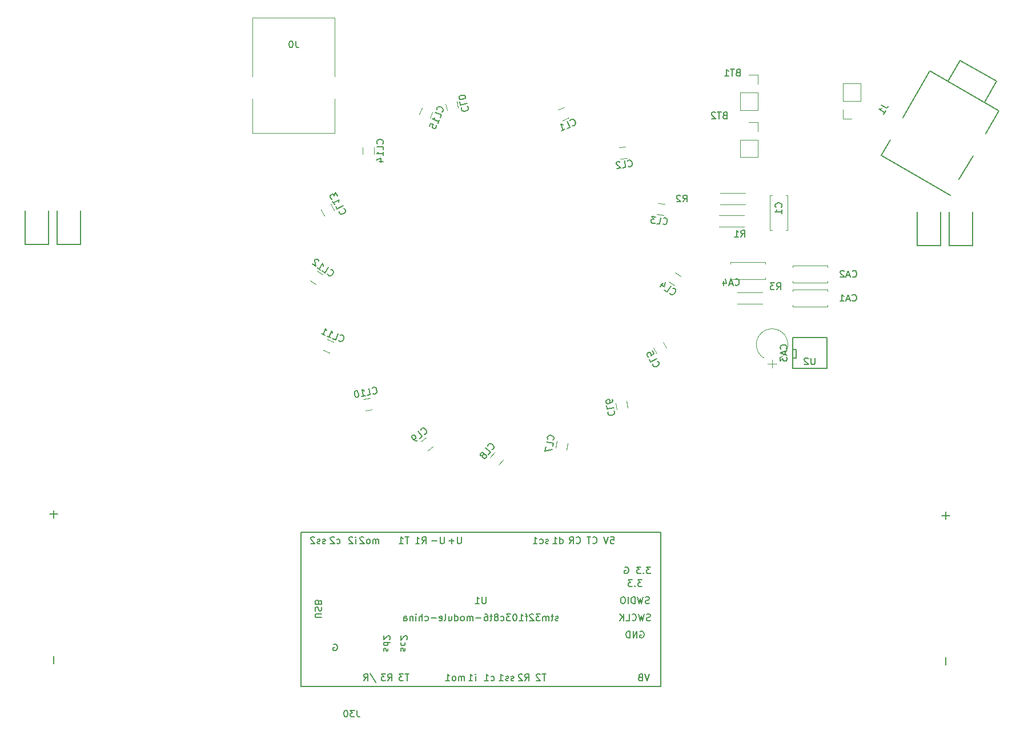
<source format=gbr>
G04 #@! TF.GenerationSoftware,KiCad,Pcbnew,(6.0.0-rc1-dev-890-g6c34fdefd)*
G04 #@! TF.CreationDate,2018-10-17T06:06:35-07:00*
G04 #@! TF.ProjectId,Stylish-Belt-Synth - Full,5374796C6973682D42656C742D53796E,rev?*
G04 #@! TF.SameCoordinates,Original*
G04 #@! TF.FileFunction,Legend,Bot*
G04 #@! TF.FilePolarity,Positive*
%FSLAX46Y46*%
G04 Gerber Fmt 4.6, Leading zero omitted, Abs format (unit mm)*
G04 Created by KiCad (PCBNEW (6.0.0-rc1-dev-890-g6c34fdefd)) date 10/17/2018 6:06:35 AM*
%MOMM*%
%LPD*%
G01*
G04 APERTURE LIST*
%ADD10C,0.120000*%
%ADD11C,0.150000*%
%ADD12C,0.200000*%
G04 APERTURE END LIST*
D10*
G04 #@! TO.C,LS1*
X199965000Y-57090000D02*
X202625000Y-57090000D01*
X199965000Y-59690000D02*
X199965000Y-57090000D01*
X202625000Y-59690000D02*
X202625000Y-57090000D01*
X199965000Y-59690000D02*
X202625000Y-59690000D01*
X199965000Y-60960000D02*
X199965000Y-62290000D01*
X199965000Y-62290000D02*
X201295000Y-62290000D01*
G04 #@! TO.C,BT2*
X187385000Y-68005000D02*
X184725000Y-68005000D01*
X187385000Y-65405000D02*
X187385000Y-68005000D01*
X184725000Y-65405000D02*
X184725000Y-68005000D01*
X187385000Y-65405000D02*
X184725000Y-65405000D01*
X187385000Y-64135000D02*
X187385000Y-62805000D01*
X187385000Y-62805000D02*
X186055000Y-62805000D01*
G04 #@! TO.C,BT1*
X187385000Y-61020000D02*
X184725000Y-61020000D01*
X187385000Y-58420000D02*
X187385000Y-61020000D01*
X184725000Y-58420000D02*
X184725000Y-61020000D01*
X187385000Y-58420000D02*
X184725000Y-58420000D01*
X187385000Y-57150000D02*
X187385000Y-55820000D01*
X187385000Y-55820000D02*
X186055000Y-55820000D01*
D11*
G04 #@! TO.C,J1*
X212896926Y-55207053D02*
X208896926Y-62135256D01*
X206996926Y-65426152D02*
X205646926Y-67764421D01*
X205646926Y-67764421D02*
X215866025Y-73664421D01*
X215866025Y-73664421D02*
X215916025Y-73577818D01*
X217216025Y-71326152D02*
X219266025Y-67775448D01*
X221166025Y-64484552D02*
X223116025Y-61107053D01*
X223116025Y-61107053D02*
X212896926Y-55207053D01*
X215581604Y-56757053D02*
X217381604Y-53639361D01*
X217381604Y-53639361D02*
X222750962Y-56739361D01*
X222750962Y-56739361D02*
X220950962Y-59857053D01*
D10*
G04 #@! TO.C,CA4*
X188448000Y-83840000D02*
X188448000Y-83526000D01*
X188448000Y-86146000D02*
X188448000Y-85832000D01*
X183328000Y-83840000D02*
X183328000Y-83526000D01*
X183328000Y-86146000D02*
X183328000Y-85832000D01*
X183328000Y-83526000D02*
X188448000Y-83526000D01*
X183328000Y-86146000D02*
X188448000Y-86146000D01*
G04 #@! TO.C,CA1*
X192552000Y-89896000D02*
X192552000Y-90210000D01*
X192552000Y-87590000D02*
X192552000Y-87904000D01*
X197672000Y-89896000D02*
X197672000Y-90210000D01*
X197672000Y-87590000D02*
X197672000Y-87904000D01*
X197672000Y-90210000D02*
X192552000Y-90210000D01*
X197672000Y-87590000D02*
X192552000Y-87590000D01*
G04 #@! TO.C,CA2*
X192552000Y-86340000D02*
X192552000Y-86654000D01*
X192552000Y-84034000D02*
X192552000Y-84348000D01*
X197672000Y-86340000D02*
X197672000Y-86654000D01*
X197672000Y-84034000D02*
X197672000Y-84348000D01*
X197672000Y-86654000D02*
X192552000Y-86654000D01*
X197672000Y-84034000D02*
X192552000Y-84034000D01*
G04 #@! TO.C,C1*
X189504000Y-73680000D02*
X189190000Y-73680000D01*
X191810000Y-73680000D02*
X191496000Y-73680000D01*
X189504000Y-78800000D02*
X189190000Y-78800000D01*
X191810000Y-78800000D02*
X191496000Y-78800000D01*
X189190000Y-78800000D02*
X189190000Y-73680000D01*
X191810000Y-78800000D02*
X191810000Y-73680000D01*
G04 #@! TO.C,CL15*
X137199361Y-61604659D02*
X137582044Y-60680779D01*
X139152639Y-61331341D02*
X138769956Y-62255221D01*
G04 #@! TO.C,CL14*
X130517000Y-66556000D02*
X130517000Y-67556000D01*
X128817000Y-67556000D02*
X128817000Y-66556000D01*
G04 #@! TO.C,CL13*
X123084878Y-76677013D02*
X122584878Y-75810987D01*
X124057122Y-74960987D02*
X124557122Y-75827013D01*
G04 #@! TO.C,CL12*
X121997964Y-84868933D02*
X122817116Y-85442509D01*
X121842036Y-86835067D02*
X121022884Y-86261491D01*
G04 #@! TO.C,CL11*
X123834659Y-96988639D02*
X122910779Y-96605956D01*
X123561341Y-95035361D02*
X124485221Y-95418044D01*
G04 #@! TO.C,CL10*
X128899995Y-103869737D02*
X129884803Y-103696089D01*
X130180005Y-105370263D02*
X129195197Y-105543911D01*
G04 #@! TO.C,CL9*
X139214124Y-110909970D02*
X138420771Y-111518731D01*
X137385876Y-110170030D02*
X138179229Y-109561269D01*
G04 #@! TO.C,CL8*
X147667468Y-112516653D02*
X148310256Y-111750608D01*
X149612532Y-112843347D02*
X148969744Y-113609392D01*
G04 #@! TO.C,CL7*
X157366089Y-111084803D02*
X157539737Y-110099995D01*
X159213911Y-110395197D02*
X159040263Y-111380005D01*
G04 #@! TO.C,CL6*
X167930263Y-104149995D02*
X168103911Y-105134803D01*
X166429737Y-105430005D02*
X166256089Y-104445197D01*
G04 #@! TO.C,CL5*
X172373878Y-97148013D02*
X171873878Y-96281987D01*
X173346122Y-95431987D02*
X173846122Y-96298013D01*
G04 #@! TO.C,CL4*
X175137964Y-85086933D02*
X175957116Y-85660509D01*
X174982036Y-87053067D02*
X174162884Y-86479491D01*
G04 #@! TO.C,CL3*
X172577316Y-74805401D02*
X173569862Y-74927270D01*
X173362684Y-76614599D02*
X172370138Y-76492730D01*
G04 #@! TO.C,CL2*
X167959862Y-68132730D02*
X166967316Y-68254599D01*
X166760138Y-66567270D02*
X167752684Y-66445401D01*
G04 #@! TO.C,CL1*
X157732779Y-60996044D02*
X158656659Y-60613361D01*
X159307221Y-62183956D02*
X158383341Y-62566639D01*
G04 #@! TO.C,CL0*
X142724182Y-59730248D02*
X142940621Y-60706544D01*
X141280918Y-61074492D02*
X141064479Y-60098196D01*
G04 #@! TO.C,R2*
X185502000Y-75028000D02*
X181782000Y-75028000D01*
X181782000Y-73308000D02*
X185502000Y-73308000D01*
G04 #@! TO.C,R1*
X181655000Y-76610000D02*
X185375000Y-76610000D01*
X185375000Y-78330000D02*
X181655000Y-78330000D01*
G04 #@! TO.C,R3*
X184322000Y-88040000D02*
X188042000Y-88040000D01*
X188042000Y-89760000D02*
X184322000Y-89760000D01*
D12*
G04 #@! TO.C,REF\002A\002A*
X211006469Y-76143674D02*
X211006469Y-77899296D01*
X211006469Y-76639768D02*
X211006469Y-76143674D01*
X211006469Y-81104615D02*
X211006469Y-76639768D01*
X214479127Y-81104615D02*
X211006469Y-81104615D01*
X214479127Y-76639768D02*
X214479127Y-81104615D01*
X214479127Y-76143674D02*
X214479127Y-76639768D01*
X219241631Y-76639768D02*
X219241631Y-76143674D01*
X219241631Y-81104615D02*
X219241631Y-76639768D01*
X215768972Y-81104615D02*
X219241631Y-81104615D01*
X215768972Y-76639768D02*
X215768972Y-81104615D01*
X215768972Y-76143674D02*
X215768972Y-76639768D01*
X83498472Y-75953174D02*
X83498472Y-76449268D01*
X83498472Y-76449268D02*
X83498472Y-80914115D01*
X83498472Y-80914115D02*
X86971131Y-80914115D01*
X86971131Y-80914115D02*
X86971131Y-76449268D01*
X86971131Y-76449268D02*
X86971131Y-75953174D01*
X82208627Y-75953174D02*
X82208627Y-76449268D01*
X82208627Y-76449268D02*
X82208627Y-80914115D01*
X82208627Y-80914115D02*
X78735969Y-80914115D01*
X78735969Y-80914115D02*
X78735969Y-76449268D01*
X78735969Y-76449268D02*
X78735969Y-75953174D01*
X78735969Y-75953174D02*
X78735969Y-77708796D01*
D11*
G04 #@! TO.C,U1*
X119634000Y-146431000D02*
X119634000Y-123571000D01*
X172974000Y-123571000D02*
X172974000Y-146431000D01*
X172974000Y-146431000D02*
X119634000Y-146431000D01*
X119634000Y-123571000D02*
X172974000Y-123571000D01*
D10*
G04 #@! TO.C,CA3*
X190665189Y-93758002D02*
G75*
G02X190664000Y-97798693I-1181189J-2019998D01*
G01*
X188302811Y-93758002D02*
G75*
G03X188304000Y-97798693I1181189J-2019998D01*
G01*
X188302811Y-93758002D02*
G75*
G02X190664000Y-93757307I1181189J-2019998D01*
G01*
X189484000Y-99228000D02*
X189484000Y-98028000D01*
X190134000Y-98628000D02*
X188834000Y-98628000D01*
D11*
G04 #@! TO.C,U2*
X192532000Y-99314000D02*
X197612000Y-99314000D01*
X197612000Y-99314000D02*
X197612000Y-94742000D01*
X197612000Y-94742000D02*
X192532000Y-94742000D01*
X192532000Y-94742000D02*
X192532000Y-99314000D01*
X192532000Y-97790000D02*
X193040000Y-97790000D01*
X193040000Y-97790000D02*
X193040000Y-96520000D01*
X193040000Y-96520000D02*
X192532000Y-96520000D01*
D10*
G04 #@! TO.C,J0*
X112454500Y-64387000D02*
X124654500Y-64387000D01*
X124654500Y-47367000D02*
X112454500Y-47367000D01*
X124654500Y-64387000D02*
X124654500Y-59307000D01*
X124654500Y-56007000D02*
X124654500Y-47367000D01*
X112454500Y-64387000D02*
X112454500Y-59307000D01*
X112454500Y-56007000D02*
X112454500Y-47367000D01*
G04 #@! TO.C,BT2*
D11*
X182455714Y-61793571D02*
X182312857Y-61841190D01*
X182265238Y-61888809D01*
X182217619Y-61984047D01*
X182217619Y-62126904D01*
X182265238Y-62222142D01*
X182312857Y-62269761D01*
X182408095Y-62317380D01*
X182789047Y-62317380D01*
X182789047Y-61317380D01*
X182455714Y-61317380D01*
X182360476Y-61365000D01*
X182312857Y-61412619D01*
X182265238Y-61507857D01*
X182265238Y-61603095D01*
X182312857Y-61698333D01*
X182360476Y-61745952D01*
X182455714Y-61793571D01*
X182789047Y-61793571D01*
X181931904Y-61317380D02*
X181360476Y-61317380D01*
X181646190Y-62317380D02*
X181646190Y-61317380D01*
X181074761Y-61412619D02*
X181027142Y-61365000D01*
X180931904Y-61317380D01*
X180693809Y-61317380D01*
X180598571Y-61365000D01*
X180550952Y-61412619D01*
X180503333Y-61507857D01*
X180503333Y-61603095D01*
X180550952Y-61745952D01*
X181122380Y-62317380D01*
X180503333Y-62317380D01*
G04 #@! TO.C,BT1*
X184408214Y-55443571D02*
X184265357Y-55491190D01*
X184217738Y-55538809D01*
X184170119Y-55634047D01*
X184170119Y-55776904D01*
X184217738Y-55872142D01*
X184265357Y-55919761D01*
X184360595Y-55967380D01*
X184741547Y-55967380D01*
X184741547Y-54967380D01*
X184408214Y-54967380D01*
X184312976Y-55015000D01*
X184265357Y-55062619D01*
X184217738Y-55157857D01*
X184217738Y-55253095D01*
X184265357Y-55348333D01*
X184312976Y-55395952D01*
X184408214Y-55443571D01*
X184741547Y-55443571D01*
X183884404Y-54967380D02*
X183312976Y-54967380D01*
X183598690Y-55967380D02*
X183598690Y-54967380D01*
X182455833Y-55967380D02*
X183027261Y-55967380D01*
X182741547Y-55967380D02*
X182741547Y-54967380D01*
X182836785Y-55110238D01*
X182932023Y-55205476D01*
X183027261Y-55253095D01*
G04 #@! TO.C,J1*
X205674039Y-60282220D02*
X206292629Y-60639363D01*
X206440156Y-60669552D01*
X206570254Y-60634692D01*
X206682922Y-60534784D01*
X206730541Y-60452305D01*
X206040065Y-61648245D02*
X206325779Y-61153374D01*
X206182922Y-61400809D02*
X205316896Y-60900809D01*
X205488233Y-60889759D01*
X205618331Y-60854900D01*
X205707189Y-60796231D01*
G04 #@! TO.C,CA4*
X183983238Y-86943142D02*
X184030857Y-86990761D01*
X184173714Y-87038380D01*
X184268952Y-87038380D01*
X184411809Y-86990761D01*
X184507047Y-86895523D01*
X184554666Y-86800285D01*
X184602285Y-86609809D01*
X184602285Y-86466952D01*
X184554666Y-86276476D01*
X184507047Y-86181238D01*
X184411809Y-86086000D01*
X184268952Y-86038380D01*
X184173714Y-86038380D01*
X184030857Y-86086000D01*
X183983238Y-86133619D01*
X183602285Y-86752666D02*
X183126095Y-86752666D01*
X183697523Y-87038380D02*
X183364190Y-86038380D01*
X183030857Y-87038380D01*
X182268952Y-86371714D02*
X182268952Y-87038380D01*
X182507047Y-85990761D02*
X182745142Y-86705047D01*
X182126095Y-86705047D01*
G04 #@! TO.C,CA1*
X201362238Y-89257142D02*
X201409857Y-89304761D01*
X201552714Y-89352380D01*
X201647952Y-89352380D01*
X201790809Y-89304761D01*
X201886047Y-89209523D01*
X201933666Y-89114285D01*
X201981285Y-88923809D01*
X201981285Y-88780952D01*
X201933666Y-88590476D01*
X201886047Y-88495238D01*
X201790809Y-88400000D01*
X201647952Y-88352380D01*
X201552714Y-88352380D01*
X201409857Y-88400000D01*
X201362238Y-88447619D01*
X200981285Y-89066666D02*
X200505095Y-89066666D01*
X201076523Y-89352380D02*
X200743190Y-88352380D01*
X200409857Y-89352380D01*
X199552714Y-89352380D02*
X200124142Y-89352380D01*
X199838428Y-89352380D02*
X199838428Y-88352380D01*
X199933666Y-88495238D01*
X200028904Y-88590476D01*
X200124142Y-88638095D01*
G04 #@! TO.C,CA2*
X201402238Y-85701142D02*
X201449857Y-85748761D01*
X201592714Y-85796380D01*
X201687952Y-85796380D01*
X201830809Y-85748761D01*
X201926047Y-85653523D01*
X201973666Y-85558285D01*
X202021285Y-85367809D01*
X202021285Y-85224952D01*
X201973666Y-85034476D01*
X201926047Y-84939238D01*
X201830809Y-84844000D01*
X201687952Y-84796380D01*
X201592714Y-84796380D01*
X201449857Y-84844000D01*
X201402238Y-84891619D01*
X201021285Y-85510666D02*
X200545095Y-85510666D01*
X201116523Y-85796380D02*
X200783190Y-84796380D01*
X200449857Y-85796380D01*
X200164142Y-84891619D02*
X200116523Y-84844000D01*
X200021285Y-84796380D01*
X199783190Y-84796380D01*
X199687952Y-84844000D01*
X199640333Y-84891619D01*
X199592714Y-84986857D01*
X199592714Y-85082095D01*
X199640333Y-85224952D01*
X200211761Y-85796380D01*
X199592714Y-85796380D01*
G04 #@! TO.C,C1*
X190857142Y-75418333D02*
X190904761Y-75370714D01*
X190952380Y-75227857D01*
X190952380Y-75132619D01*
X190904761Y-74989761D01*
X190809523Y-74894523D01*
X190714285Y-74846904D01*
X190523809Y-74799285D01*
X190380952Y-74799285D01*
X190190476Y-74846904D01*
X190095238Y-74894523D01*
X190000000Y-74989761D01*
X189952380Y-75132619D01*
X189952380Y-75227857D01*
X190000000Y-75370714D01*
X190047619Y-75418333D01*
X190952380Y-76370714D02*
X190952380Y-75799285D01*
X190952380Y-76085000D02*
X189952380Y-76085000D01*
X190095238Y-75989761D01*
X190190476Y-75894523D01*
X190238095Y-75799285D01*
G04 #@! TO.C,CL15*
X140523652Y-61306494D02*
X140585869Y-61280723D01*
X140684533Y-61166963D01*
X140720979Y-61078975D01*
X140731653Y-60928769D01*
X140680111Y-60804334D01*
X140610345Y-60723894D01*
X140452591Y-60607008D01*
X140320609Y-60552339D01*
X140126408Y-60523441D01*
X140020197Y-60530989D01*
X139895762Y-60582532D01*
X139797099Y-60696291D01*
X139760653Y-60784280D01*
X139749978Y-60934486D01*
X139775749Y-60996703D01*
X140265403Y-62178831D02*
X140447633Y-61738889D01*
X139523754Y-61356205D01*
X139937389Y-62970728D02*
X140156065Y-62442797D01*
X140046727Y-62706763D02*
X139122847Y-62324079D01*
X139291276Y-62290760D01*
X139415711Y-62239217D01*
X139496151Y-62169452D01*
X138667272Y-63423936D02*
X138849502Y-62983993D01*
X139307668Y-63122229D01*
X139245450Y-63148000D01*
X139165010Y-63217766D01*
X139073895Y-63437737D01*
X139081443Y-63543949D01*
X139107214Y-63606166D01*
X139176980Y-63686606D01*
X139396951Y-63777721D01*
X139503163Y-63770173D01*
X139565380Y-63744402D01*
X139645820Y-63674636D01*
X139736935Y-63454665D01*
X139729387Y-63348453D01*
X139703616Y-63286236D01*
G04 #@! TO.C,CL14*
X131774142Y-66008380D02*
X131821761Y-65960761D01*
X131869380Y-65817904D01*
X131869380Y-65722666D01*
X131821761Y-65579809D01*
X131726523Y-65484571D01*
X131631285Y-65436952D01*
X131440809Y-65389333D01*
X131297952Y-65389333D01*
X131107476Y-65436952D01*
X131012238Y-65484571D01*
X130917000Y-65579809D01*
X130869380Y-65722666D01*
X130869380Y-65817904D01*
X130917000Y-65960761D01*
X130964619Y-66008380D01*
X131869380Y-66913142D02*
X131869380Y-66436952D01*
X130869380Y-66436952D01*
X131869380Y-67770285D02*
X131869380Y-67198857D01*
X131869380Y-67484571D02*
X130869380Y-67484571D01*
X131012238Y-67389333D01*
X131107476Y-67294095D01*
X131155095Y-67198857D01*
X131202714Y-68627428D02*
X131869380Y-68627428D01*
X130821761Y-68389333D02*
X131536047Y-68151238D01*
X131536047Y-68770285D01*
G04 #@! TO.C,CL13*
X125301058Y-76029836D02*
X125283628Y-76094884D01*
X125313818Y-76242412D01*
X125361437Y-76324891D01*
X125474105Y-76424799D01*
X125604202Y-76459658D01*
X125710490Y-76453279D01*
X125899257Y-76399280D01*
X126022975Y-76327851D01*
X126164123Y-76191374D01*
X126222792Y-76102516D01*
X126257651Y-75972418D01*
X126227462Y-75824891D01*
X126179843Y-75742412D01*
X126067175Y-75642504D01*
X126002126Y-75625074D01*
X124766199Y-75293908D02*
X125004294Y-75706301D01*
X125870319Y-75206301D01*
X124337627Y-74551600D02*
X124623342Y-75046472D01*
X124480484Y-74799036D02*
X125346510Y-74299036D01*
X125270411Y-74452943D01*
X125235551Y-74583041D01*
X125241931Y-74689329D01*
X125036986Y-73762925D02*
X124727462Y-73226814D01*
X124564214Y-73705966D01*
X124492786Y-73582248D01*
X124403927Y-73523579D01*
X124338879Y-73506149D01*
X124232591Y-73512529D01*
X124026394Y-73631576D01*
X123967725Y-73720435D01*
X123950295Y-73785483D01*
X123956675Y-73891772D01*
X124099532Y-74139207D01*
X124188390Y-74197876D01*
X124253439Y-74215306D01*
G04 #@! TO.C,CL12*
X123577069Y-85311927D02*
X123588763Y-85378248D01*
X123678472Y-85499195D01*
X123756486Y-85553821D01*
X123900821Y-85596753D01*
X124033462Y-85573365D01*
X124127095Y-85522664D01*
X124275355Y-85393948D01*
X124357295Y-85276926D01*
X124427540Y-85093584D01*
X124443159Y-84988256D01*
X124419771Y-84855616D01*
X124330063Y-84734669D01*
X124252048Y-84680042D01*
X124107713Y-84637110D01*
X124041393Y-84648804D01*
X122781305Y-84870992D02*
X123171378Y-85144123D01*
X123744954Y-84324971D01*
X122079175Y-84379355D02*
X122547262Y-84707113D01*
X122313218Y-84543234D02*
X122886795Y-83724082D01*
X122882870Y-83895730D01*
X122906258Y-84028371D01*
X122956959Y-84122004D01*
X122286067Y-83419712D02*
X122274373Y-83353392D01*
X122223672Y-83259758D01*
X122028635Y-83123192D01*
X121923308Y-83107573D01*
X121856987Y-83119267D01*
X121763354Y-83169968D01*
X121708727Y-83247983D01*
X121665795Y-83392318D01*
X121806124Y-84188163D01*
X121299030Y-83833092D01*
G04 #@! TO.C,CL11*
X125198897Y-95126074D02*
X125224668Y-95188291D01*
X125338428Y-95286955D01*
X125426416Y-95323401D01*
X125576622Y-95334075D01*
X125701057Y-95282533D01*
X125781497Y-95212767D01*
X125898383Y-95055013D01*
X125953052Y-94923031D01*
X125981950Y-94728830D01*
X125974402Y-94622619D01*
X125922859Y-94498184D01*
X125809100Y-94399521D01*
X125721111Y-94363075D01*
X125570905Y-94352400D01*
X125508688Y-94378171D01*
X124326560Y-94867825D02*
X124766502Y-95050055D01*
X125149186Y-94126176D01*
X123534663Y-94539811D02*
X124062594Y-94758487D01*
X123798628Y-94649149D02*
X124181312Y-93725269D01*
X124214631Y-93893698D01*
X124266174Y-94018133D01*
X124335939Y-94098573D01*
X122654778Y-94175350D02*
X123182709Y-94394027D01*
X122918743Y-94284688D02*
X123301427Y-93360809D01*
X123334746Y-93529238D01*
X123386289Y-93653672D01*
X123456054Y-93734113D01*
G04 #@! TO.C,CL10*
X130329836Y-103066385D02*
X130385001Y-103105012D01*
X130533956Y-103127101D01*
X130627748Y-103110563D01*
X130760165Y-103038860D01*
X130837419Y-102928531D01*
X130867776Y-102826471D01*
X130881596Y-102630620D01*
X130856789Y-102489933D01*
X130776818Y-102310619D01*
X130713384Y-102225097D01*
X130603055Y-102147844D01*
X130454099Y-102125755D01*
X130360308Y-102142293D01*
X130227890Y-102213996D01*
X130189264Y-102269160D01*
X129455357Y-103317287D02*
X129924314Y-103234597D01*
X129750665Y-102249790D01*
X128611237Y-103466128D02*
X129173984Y-103366901D01*
X128892610Y-103416514D02*
X128718962Y-102431707D01*
X128837560Y-102555856D01*
X128947889Y-102633109D01*
X129049949Y-102663467D01*
X127827945Y-102588817D02*
X127734154Y-102605355D01*
X127648632Y-102668788D01*
X127610005Y-102723953D01*
X127579648Y-102826013D01*
X127565828Y-103021865D01*
X127607173Y-103256343D01*
X127687144Y-103435656D01*
X127750578Y-103521178D01*
X127805742Y-103559805D01*
X127907802Y-103590163D01*
X128001594Y-103573625D01*
X128087116Y-103510191D01*
X128125743Y-103455027D01*
X128156100Y-103352966D01*
X128169920Y-103157115D01*
X128128575Y-102922637D01*
X128048604Y-102743324D01*
X127985170Y-102657801D01*
X127930006Y-102619175D01*
X127827945Y-102588817D01*
G04 #@! TO.C,CL9*
X137905426Y-109087108D02*
X137972193Y-109095898D01*
X138114518Y-109046711D01*
X138190076Y-108988734D01*
X138274423Y-108863989D01*
X138292003Y-108730455D01*
X138271805Y-108625908D01*
X138193629Y-108445805D01*
X138106663Y-108332469D01*
X137952930Y-108210342D01*
X137857174Y-108163774D01*
X137723639Y-108146193D01*
X137581314Y-108195381D01*
X137505757Y-108253358D01*
X137421409Y-108378103D01*
X137412619Y-108444870D01*
X137245607Y-109713450D02*
X137623395Y-109423564D01*
X137014633Y-108630210D01*
X136943378Y-109945359D02*
X136792263Y-110061314D01*
X136687717Y-110081512D01*
X136620949Y-110072722D01*
X136458426Y-110017363D01*
X136304693Y-109895237D01*
X136072783Y-109593007D01*
X136052585Y-109488461D01*
X136061375Y-109421694D01*
X136107944Y-109325938D01*
X136259059Y-109209983D01*
X136363605Y-109189784D01*
X136430372Y-109198575D01*
X136526128Y-109245143D01*
X136671071Y-109434037D01*
X136691270Y-109538583D01*
X136682480Y-109605350D01*
X136635911Y-109701106D01*
X136484796Y-109817061D01*
X136380250Y-109837260D01*
X136313483Y-109828469D01*
X136217727Y-109781901D01*
G04 #@! TO.C,CL8*
X147940316Y-111346949D02*
X148007403Y-111341079D01*
X148135708Y-111262253D01*
X148196926Y-111189297D01*
X148252275Y-111049253D01*
X148240536Y-110915079D01*
X148198188Y-110817382D01*
X148082884Y-110658468D01*
X147973449Y-110566641D01*
X147796927Y-110480684D01*
X147693361Y-110455945D01*
X147559187Y-110467683D01*
X147430882Y-110546509D01*
X147369664Y-110619466D01*
X147314315Y-110759510D01*
X147320185Y-110826597D01*
X147431703Y-112101255D02*
X147737792Y-111736471D01*
X146971748Y-111093684D01*
X146687874Y-112098730D02*
X146712613Y-111995165D01*
X146706744Y-111928078D01*
X146664396Y-111830381D01*
X146627918Y-111799772D01*
X146524353Y-111775033D01*
X146457265Y-111780902D01*
X146359569Y-111823250D01*
X146237133Y-111969163D01*
X146212394Y-112072729D01*
X146218263Y-112139816D01*
X146260611Y-112237512D01*
X146297089Y-112268121D01*
X146400655Y-112292861D01*
X146467742Y-112286991D01*
X146565438Y-112244644D01*
X146687874Y-112098730D01*
X146785570Y-112056383D01*
X146852657Y-112050513D01*
X146956223Y-112075253D01*
X147102136Y-112197689D01*
X147144484Y-112295385D01*
X147150353Y-112362472D01*
X147125614Y-112466038D01*
X147003178Y-112611951D01*
X146905482Y-112654298D01*
X146838394Y-112660168D01*
X146734829Y-112635428D01*
X146588916Y-112512993D01*
X146546568Y-112415296D01*
X146540699Y-112348209D01*
X146565438Y-112244644D01*
G04 #@! TO.C,CL7*
X157017530Y-109935385D02*
X157072695Y-109896759D01*
X157144397Y-109764341D01*
X157160935Y-109670550D01*
X157138846Y-109521594D01*
X157061593Y-109411265D01*
X156976071Y-109347831D01*
X156796757Y-109267860D01*
X156656071Y-109243053D01*
X156460219Y-109256873D01*
X156358159Y-109287230D01*
X156247830Y-109364484D01*
X156176127Y-109496902D01*
X156159589Y-109590693D01*
X156181678Y-109739649D01*
X156220305Y-109794813D01*
X156954211Y-110842940D02*
X157036901Y-110373984D01*
X156052093Y-110200336D01*
X155928058Y-110903770D02*
X155812293Y-111560308D01*
X156871521Y-111311896D01*
G04 #@! TO.C,CL6*
X165204096Y-105718648D02*
X165165469Y-105773813D01*
X165143381Y-105922768D01*
X165159919Y-106016560D01*
X165231621Y-106148977D01*
X165341950Y-106226231D01*
X165444010Y-106256588D01*
X165639862Y-106270408D01*
X165780549Y-106245601D01*
X165959862Y-106165630D01*
X166045384Y-106102196D01*
X166122638Y-105991867D01*
X166144726Y-105842911D01*
X166128188Y-105749120D01*
X166056486Y-105616702D01*
X166001321Y-105578076D01*
X164953195Y-104844169D02*
X165035884Y-105313125D01*
X166020692Y-105139477D01*
X165805699Y-103920191D02*
X165838775Y-104107774D01*
X165808417Y-104209834D01*
X165769790Y-104264999D01*
X165645641Y-104383597D01*
X165466328Y-104463568D01*
X165091163Y-104529720D01*
X164989103Y-104499362D01*
X164933938Y-104460736D01*
X164870505Y-104375213D01*
X164837429Y-104187631D01*
X164867787Y-104085571D01*
X164906413Y-104030406D01*
X164991936Y-103966973D01*
X165226414Y-103925628D01*
X165328474Y-103955985D01*
X165383638Y-103994612D01*
X165447072Y-104080134D01*
X165480148Y-104267717D01*
X165449790Y-104369777D01*
X165411163Y-104424942D01*
X165325641Y-104488375D01*
G04 #@! TO.C,CL5*
X171786419Y-98663443D02*
X171768989Y-98728491D01*
X171799178Y-98876019D01*
X171846798Y-98958497D01*
X171959465Y-99058406D01*
X172089563Y-99093265D01*
X172195851Y-99086886D01*
X172384618Y-99032887D01*
X172508336Y-98961458D01*
X172649484Y-98824981D01*
X172708153Y-98736123D01*
X172743012Y-98606025D01*
X172712823Y-98458497D01*
X172665204Y-98376019D01*
X172552536Y-98276110D01*
X172487487Y-98258681D01*
X171251559Y-97927515D02*
X171489655Y-98339908D01*
X172355680Y-97839908D01*
X171712823Y-96726447D02*
X171950918Y-97138840D01*
X171562335Y-97418174D01*
X171579764Y-97353125D01*
X171573385Y-97246837D01*
X171454337Y-97040641D01*
X171365479Y-96981972D01*
X171300430Y-96964542D01*
X171194142Y-96970922D01*
X170987945Y-97089969D01*
X170929276Y-97178828D01*
X170911846Y-97243876D01*
X170918226Y-97350165D01*
X171037274Y-97556361D01*
X171126132Y-97615030D01*
X171191181Y-97632460D01*
G04 #@! TO.C,CL4*
X174319479Y-88123828D02*
X174331173Y-88190148D01*
X174420881Y-88311095D01*
X174498896Y-88365721D01*
X174643231Y-88408653D01*
X174775871Y-88385265D01*
X174869505Y-88334564D01*
X175017765Y-88205848D01*
X175099704Y-88088826D01*
X175169950Y-87905484D01*
X175185569Y-87800157D01*
X175162181Y-87667516D01*
X175072472Y-87546569D01*
X174994458Y-87491943D01*
X174850123Y-87449011D01*
X174783802Y-87460705D01*
X173523715Y-87682892D02*
X173913787Y-87956024D01*
X174487364Y-87136872D01*
X173281983Y-86699780D02*
X172899599Y-87245882D01*
X173695525Y-86524288D02*
X173480863Y-87245962D01*
X172973769Y-86890891D01*
G04 #@! TO.C,CL3*
X173280373Y-77871076D02*
X173321834Y-77924143D01*
X173457823Y-77988817D01*
X173552351Y-78000424D01*
X173699947Y-77970570D01*
X173806081Y-77887648D01*
X173864952Y-77798923D01*
X173935429Y-77615670D01*
X173952839Y-77473878D01*
X173928788Y-77279018D01*
X173893131Y-77178687D01*
X173810209Y-77072552D01*
X173674220Y-77007878D01*
X173579692Y-76996271D01*
X173432097Y-77026125D01*
X173379029Y-77067586D01*
X172370748Y-77855341D02*
X172843389Y-77913374D01*
X172965259Y-76920828D01*
X172256297Y-76833779D02*
X171641864Y-76758336D01*
X171926286Y-77177072D01*
X171784494Y-77159662D01*
X171684162Y-77195319D01*
X171631095Y-77236780D01*
X171572224Y-77325505D01*
X171543208Y-77561826D01*
X171578865Y-77662157D01*
X171620326Y-77715224D01*
X171709051Y-77774095D01*
X171992636Y-77808915D01*
X172092967Y-77773257D01*
X172146035Y-77731797D01*
G04 #@! TO.C,CL2*
X168183964Y-69371797D02*
X168237032Y-69413257D01*
X168384628Y-69443112D01*
X168479156Y-69431505D01*
X168615145Y-69366831D01*
X168698066Y-69260696D01*
X168733724Y-69160365D01*
X168757775Y-68965505D01*
X168740365Y-68823713D01*
X168669887Y-68640460D01*
X168611017Y-68551735D01*
X168504882Y-68468813D01*
X168357286Y-68438959D01*
X168262758Y-68450565D01*
X168126769Y-68515239D01*
X168085308Y-68568307D01*
X167297553Y-69576588D02*
X167770194Y-69518555D01*
X167648325Y-68526008D01*
X166903706Y-68713389D02*
X166850638Y-68671929D01*
X166750307Y-68636271D01*
X166513986Y-68665288D01*
X166425261Y-68724158D01*
X166383801Y-68777226D01*
X166348143Y-68877557D01*
X166359750Y-68972085D01*
X166424424Y-69108074D01*
X167061233Y-69605604D01*
X166446799Y-69681047D01*
G04 #@! TO.C,CL1*
X159854299Y-63318069D02*
X159916517Y-63343840D01*
X160066722Y-63333166D01*
X160154711Y-63296720D01*
X160268471Y-63198056D01*
X160320013Y-63073622D01*
X160327561Y-62967410D01*
X160298664Y-62773210D01*
X160243995Y-62641227D01*
X160127108Y-62483473D01*
X160046668Y-62413708D01*
X159922233Y-62362165D01*
X159772028Y-62372840D01*
X159684039Y-62409286D01*
X159570279Y-62507949D01*
X159544508Y-62570167D01*
X159054854Y-63752295D02*
X159494797Y-63570065D01*
X159112114Y-62646185D01*
X158262958Y-64080310D02*
X158790889Y-63861633D01*
X158526923Y-63970971D02*
X158144240Y-63047092D01*
X158286897Y-63142629D01*
X158411332Y-63194171D01*
X158517543Y-63201719D01*
G04 #@! TO.C,CL0*
X143486070Y-60658784D02*
X143449886Y-60715581D01*
X143434316Y-60865358D01*
X143454929Y-60958339D01*
X143532340Y-61087503D01*
X143645934Y-61159870D01*
X143749221Y-61185747D01*
X143945489Y-61191011D01*
X144084959Y-61160091D01*
X144260614Y-61072374D01*
X144343288Y-61005271D01*
X144415655Y-60891677D01*
X144431225Y-60741899D01*
X144410612Y-60648919D01*
X144333202Y-60519754D01*
X144276405Y-60483571D01*
X143197263Y-59796082D02*
X143300330Y-60260985D01*
X144276626Y-60044545D01*
X144060186Y-59068249D02*
X144039573Y-58975268D01*
X143972469Y-58892594D01*
X143915672Y-58856411D01*
X143812385Y-58830534D01*
X143616117Y-58825270D01*
X143383666Y-58876803D01*
X143208011Y-58964520D01*
X143125337Y-59031624D01*
X143089154Y-59088421D01*
X143063277Y-59191708D01*
X143083890Y-59284689D01*
X143150994Y-59367362D01*
X143207791Y-59403546D01*
X143311078Y-59429423D01*
X143507346Y-59434687D01*
X143739797Y-59383154D01*
X143915452Y-59295437D01*
X143998125Y-59228333D01*
X144034309Y-59171536D01*
X144060186Y-59068249D01*
G04 #@! TO.C,R2*
X176268666Y-74620380D02*
X176602000Y-74144190D01*
X176840095Y-74620380D02*
X176840095Y-73620380D01*
X176459142Y-73620380D01*
X176363904Y-73668000D01*
X176316285Y-73715619D01*
X176268666Y-73810857D01*
X176268666Y-73953714D01*
X176316285Y-74048952D01*
X176363904Y-74096571D01*
X176459142Y-74144190D01*
X176840095Y-74144190D01*
X175887714Y-73715619D02*
X175840095Y-73668000D01*
X175744857Y-73620380D01*
X175506761Y-73620380D01*
X175411523Y-73668000D01*
X175363904Y-73715619D01*
X175316285Y-73810857D01*
X175316285Y-73906095D01*
X175363904Y-74048952D01*
X175935333Y-74620380D01*
X175316285Y-74620380D01*
G04 #@! TO.C,R1*
X184871666Y-79827380D02*
X185205000Y-79351190D01*
X185443095Y-79827380D02*
X185443095Y-78827380D01*
X185062142Y-78827380D01*
X184966904Y-78875000D01*
X184919285Y-78922619D01*
X184871666Y-79017857D01*
X184871666Y-79160714D01*
X184919285Y-79255952D01*
X184966904Y-79303571D01*
X185062142Y-79351190D01*
X185443095Y-79351190D01*
X183919285Y-79827380D02*
X184490714Y-79827380D01*
X184205000Y-79827380D02*
X184205000Y-78827380D01*
X184300238Y-78970238D01*
X184395476Y-79065476D01*
X184490714Y-79113095D01*
G04 #@! TO.C,R3*
X190158666Y-87652380D02*
X190492000Y-87176190D01*
X190730095Y-87652380D02*
X190730095Y-86652380D01*
X190349142Y-86652380D01*
X190253904Y-86700000D01*
X190206285Y-86747619D01*
X190158666Y-86842857D01*
X190158666Y-86985714D01*
X190206285Y-87080952D01*
X190253904Y-87128571D01*
X190349142Y-87176190D01*
X190730095Y-87176190D01*
X189825333Y-86652380D02*
X189206285Y-86652380D01*
X189539619Y-87033333D01*
X189396761Y-87033333D01*
X189301523Y-87080952D01*
X189253904Y-87128571D01*
X189206285Y-87223809D01*
X189206285Y-87461904D01*
X189253904Y-87557142D01*
X189301523Y-87604761D01*
X189396761Y-87652380D01*
X189682476Y-87652380D01*
X189777714Y-87604761D01*
X189825333Y-87557142D01*
G04 #@! TO.C,REF\002A\002A*
X215245142Y-120558571D02*
X215245142Y-121701428D01*
X215816571Y-121130000D02*
X214673714Y-121130000D01*
X215245142Y-142148571D02*
X215245142Y-143291428D01*
X82974642Y-141958071D02*
X82974642Y-143100928D01*
X82974642Y-120368071D02*
X82974642Y-121510928D01*
X83546071Y-120939500D02*
X82403214Y-120939500D01*
G04 #@! TO.C,J30*
X127961923Y-149998180D02*
X127961923Y-150712466D01*
X128009542Y-150855323D01*
X128104780Y-150950561D01*
X128247638Y-150998180D01*
X128342876Y-150998180D01*
X127580971Y-149998180D02*
X126961923Y-149998180D01*
X127295257Y-150379133D01*
X127152400Y-150379133D01*
X127057161Y-150426752D01*
X127009542Y-150474371D01*
X126961923Y-150569609D01*
X126961923Y-150807704D01*
X127009542Y-150902942D01*
X127057161Y-150950561D01*
X127152400Y-150998180D01*
X127438114Y-150998180D01*
X127533352Y-150950561D01*
X127580971Y-150902942D01*
X126342876Y-149998180D02*
X126247638Y-149998180D01*
X126152400Y-150045800D01*
X126104780Y-150093419D01*
X126057161Y-150188657D01*
X126009542Y-150379133D01*
X126009542Y-150617228D01*
X126057161Y-150807704D01*
X126104780Y-150902942D01*
X126152400Y-150950561D01*
X126247638Y-150998180D01*
X126342876Y-150998180D01*
X126438114Y-150950561D01*
X126485733Y-150902942D01*
X126533352Y-150807704D01*
X126580971Y-150617228D01*
X126580971Y-150379133D01*
X126533352Y-150188657D01*
X126485733Y-150093419D01*
X126438114Y-150045800D01*
X126342876Y-149998180D01*
G04 #@! TO.C,U1*
X147065904Y-133183380D02*
X147065904Y-133992904D01*
X147018285Y-134088142D01*
X146970666Y-134135761D01*
X146875428Y-134183380D01*
X146684952Y-134183380D01*
X146589714Y-134135761D01*
X146542095Y-134088142D01*
X146494476Y-133992904D01*
X146494476Y-133183380D01*
X145494476Y-134183380D02*
X146065904Y-134183380D01*
X145780190Y-134183380D02*
X145780190Y-133183380D01*
X145875428Y-133326238D01*
X145970666Y-133421476D01*
X146065904Y-133469095D01*
X157780190Y-136675761D02*
X157684952Y-136723380D01*
X157494476Y-136723380D01*
X157399238Y-136675761D01*
X157351619Y-136580523D01*
X157351619Y-136532904D01*
X157399238Y-136437666D01*
X157494476Y-136390047D01*
X157637333Y-136390047D01*
X157732571Y-136342428D01*
X157780190Y-136247190D01*
X157780190Y-136199571D01*
X157732571Y-136104333D01*
X157637333Y-136056714D01*
X157494476Y-136056714D01*
X157399238Y-136104333D01*
X157065904Y-136056714D02*
X156684952Y-136056714D01*
X156923047Y-135723380D02*
X156923047Y-136580523D01*
X156875428Y-136675761D01*
X156780190Y-136723380D01*
X156684952Y-136723380D01*
X156351619Y-136723380D02*
X156351619Y-136056714D01*
X156351619Y-136151952D02*
X156304000Y-136104333D01*
X156208761Y-136056714D01*
X156065904Y-136056714D01*
X155970666Y-136104333D01*
X155923047Y-136199571D01*
X155923047Y-136723380D01*
X155923047Y-136199571D02*
X155875428Y-136104333D01*
X155780190Y-136056714D01*
X155637333Y-136056714D01*
X155542095Y-136104333D01*
X155494476Y-136199571D01*
X155494476Y-136723380D01*
X155113523Y-135723380D02*
X154494476Y-135723380D01*
X154827809Y-136104333D01*
X154684952Y-136104333D01*
X154589714Y-136151952D01*
X154542095Y-136199571D01*
X154494476Y-136294809D01*
X154494476Y-136532904D01*
X154542095Y-136628142D01*
X154589714Y-136675761D01*
X154684952Y-136723380D01*
X154970666Y-136723380D01*
X155065904Y-136675761D01*
X155113523Y-136628142D01*
X154113523Y-135818619D02*
X154065904Y-135771000D01*
X153970666Y-135723380D01*
X153732571Y-135723380D01*
X153637333Y-135771000D01*
X153589714Y-135818619D01*
X153542095Y-135913857D01*
X153542095Y-136009095D01*
X153589714Y-136151952D01*
X154161142Y-136723380D01*
X153542095Y-136723380D01*
X153256380Y-136056714D02*
X152875428Y-136056714D01*
X153113523Y-136723380D02*
X153113523Y-135866238D01*
X153065904Y-135771000D01*
X152970666Y-135723380D01*
X152875428Y-135723380D01*
X152018285Y-136723380D02*
X152589714Y-136723380D01*
X152304000Y-136723380D02*
X152304000Y-135723380D01*
X152399238Y-135866238D01*
X152494476Y-135961476D01*
X152589714Y-136009095D01*
X151399238Y-135723380D02*
X151304000Y-135723380D01*
X151208761Y-135771000D01*
X151161142Y-135818619D01*
X151113523Y-135913857D01*
X151065904Y-136104333D01*
X151065904Y-136342428D01*
X151113523Y-136532904D01*
X151161142Y-136628142D01*
X151208761Y-136675761D01*
X151304000Y-136723380D01*
X151399238Y-136723380D01*
X151494476Y-136675761D01*
X151542095Y-136628142D01*
X151589714Y-136532904D01*
X151637333Y-136342428D01*
X151637333Y-136104333D01*
X151589714Y-135913857D01*
X151542095Y-135818619D01*
X151494476Y-135771000D01*
X151399238Y-135723380D01*
X150732571Y-135723380D02*
X150113523Y-135723380D01*
X150446857Y-136104333D01*
X150304000Y-136104333D01*
X150208761Y-136151952D01*
X150161142Y-136199571D01*
X150113523Y-136294809D01*
X150113523Y-136532904D01*
X150161142Y-136628142D01*
X150208761Y-136675761D01*
X150304000Y-136723380D01*
X150589714Y-136723380D01*
X150684952Y-136675761D01*
X150732571Y-136628142D01*
X149256380Y-136675761D02*
X149351619Y-136723380D01*
X149542095Y-136723380D01*
X149637333Y-136675761D01*
X149684952Y-136628142D01*
X149732571Y-136532904D01*
X149732571Y-136247190D01*
X149684952Y-136151952D01*
X149637333Y-136104333D01*
X149542095Y-136056714D01*
X149351619Y-136056714D01*
X149256380Y-136104333D01*
X148684952Y-136151952D02*
X148780190Y-136104333D01*
X148827809Y-136056714D01*
X148875428Y-135961476D01*
X148875428Y-135913857D01*
X148827809Y-135818619D01*
X148780190Y-135771000D01*
X148684952Y-135723380D01*
X148494476Y-135723380D01*
X148399238Y-135771000D01*
X148351619Y-135818619D01*
X148304000Y-135913857D01*
X148304000Y-135961476D01*
X148351619Y-136056714D01*
X148399238Y-136104333D01*
X148494476Y-136151952D01*
X148684952Y-136151952D01*
X148780190Y-136199571D01*
X148827809Y-136247190D01*
X148875428Y-136342428D01*
X148875428Y-136532904D01*
X148827809Y-136628142D01*
X148780190Y-136675761D01*
X148684952Y-136723380D01*
X148494476Y-136723380D01*
X148399238Y-136675761D01*
X148351619Y-136628142D01*
X148304000Y-136532904D01*
X148304000Y-136342428D01*
X148351619Y-136247190D01*
X148399238Y-136199571D01*
X148494476Y-136151952D01*
X148018285Y-136056714D02*
X147637333Y-136056714D01*
X147875428Y-135723380D02*
X147875428Y-136580523D01*
X147827809Y-136675761D01*
X147732571Y-136723380D01*
X147637333Y-136723380D01*
X146875428Y-135723380D02*
X147065904Y-135723380D01*
X147161142Y-135771000D01*
X147208761Y-135818619D01*
X147304000Y-135961476D01*
X147351619Y-136151952D01*
X147351619Y-136532904D01*
X147304000Y-136628142D01*
X147256380Y-136675761D01*
X147161142Y-136723380D01*
X146970666Y-136723380D01*
X146875428Y-136675761D01*
X146827809Y-136628142D01*
X146780190Y-136532904D01*
X146780190Y-136294809D01*
X146827809Y-136199571D01*
X146875428Y-136151952D01*
X146970666Y-136104333D01*
X147161142Y-136104333D01*
X147256380Y-136151952D01*
X147304000Y-136199571D01*
X147351619Y-136294809D01*
X146351619Y-136342428D02*
X145589714Y-136342428D01*
X145113523Y-136723380D02*
X145113523Y-136056714D01*
X145113523Y-136151952D02*
X145065904Y-136104333D01*
X144970666Y-136056714D01*
X144827809Y-136056714D01*
X144732571Y-136104333D01*
X144684952Y-136199571D01*
X144684952Y-136723380D01*
X144684952Y-136199571D02*
X144637333Y-136104333D01*
X144542095Y-136056714D01*
X144399238Y-136056714D01*
X144304000Y-136104333D01*
X144256380Y-136199571D01*
X144256380Y-136723380D01*
X143637333Y-136723380D02*
X143732571Y-136675761D01*
X143780190Y-136628142D01*
X143827809Y-136532904D01*
X143827809Y-136247190D01*
X143780190Y-136151952D01*
X143732571Y-136104333D01*
X143637333Y-136056714D01*
X143494476Y-136056714D01*
X143399238Y-136104333D01*
X143351619Y-136151952D01*
X143304000Y-136247190D01*
X143304000Y-136532904D01*
X143351619Y-136628142D01*
X143399238Y-136675761D01*
X143494476Y-136723380D01*
X143637333Y-136723380D01*
X142446857Y-136723380D02*
X142446857Y-135723380D01*
X142446857Y-136675761D02*
X142542095Y-136723380D01*
X142732571Y-136723380D01*
X142827809Y-136675761D01*
X142875428Y-136628142D01*
X142923047Y-136532904D01*
X142923047Y-136247190D01*
X142875428Y-136151952D01*
X142827809Y-136104333D01*
X142732571Y-136056714D01*
X142542095Y-136056714D01*
X142446857Y-136104333D01*
X141542095Y-136056714D02*
X141542095Y-136723380D01*
X141970666Y-136056714D02*
X141970666Y-136580523D01*
X141923047Y-136675761D01*
X141827809Y-136723380D01*
X141684952Y-136723380D01*
X141589714Y-136675761D01*
X141542095Y-136628142D01*
X140923047Y-136723380D02*
X141018285Y-136675761D01*
X141065904Y-136580523D01*
X141065904Y-135723380D01*
X140161142Y-136675761D02*
X140256380Y-136723380D01*
X140446857Y-136723380D01*
X140542095Y-136675761D01*
X140589714Y-136580523D01*
X140589714Y-136199571D01*
X140542095Y-136104333D01*
X140446857Y-136056714D01*
X140256380Y-136056714D01*
X140161142Y-136104333D01*
X140113523Y-136199571D01*
X140113523Y-136294809D01*
X140589714Y-136390047D01*
X139684952Y-136342428D02*
X138923047Y-136342428D01*
X138018285Y-136675761D02*
X138113523Y-136723380D01*
X138304000Y-136723380D01*
X138399238Y-136675761D01*
X138446857Y-136628142D01*
X138494476Y-136532904D01*
X138494476Y-136247190D01*
X138446857Y-136151952D01*
X138399238Y-136104333D01*
X138304000Y-136056714D01*
X138113523Y-136056714D01*
X138018285Y-136104333D01*
X137589714Y-136723380D02*
X137589714Y-135723380D01*
X137161142Y-136723380D02*
X137161142Y-136199571D01*
X137208761Y-136104333D01*
X137304000Y-136056714D01*
X137446857Y-136056714D01*
X137542095Y-136104333D01*
X137589714Y-136151952D01*
X136684952Y-136723380D02*
X136684952Y-136056714D01*
X136684952Y-135723380D02*
X136732571Y-135771000D01*
X136684952Y-135818619D01*
X136637333Y-135771000D01*
X136684952Y-135723380D01*
X136684952Y-135818619D01*
X136208761Y-136056714D02*
X136208761Y-136723380D01*
X136208761Y-136151952D02*
X136161142Y-136104333D01*
X136065904Y-136056714D01*
X135923047Y-136056714D01*
X135827809Y-136104333D01*
X135780190Y-136199571D01*
X135780190Y-136723380D01*
X134875428Y-136723380D02*
X134875428Y-136199571D01*
X134923047Y-136104333D01*
X135018285Y-136056714D01*
X135208761Y-136056714D01*
X135304000Y-136104333D01*
X134875428Y-136675761D02*
X134970666Y-136723380D01*
X135208761Y-136723380D01*
X135304000Y-136675761D01*
X135351619Y-136580523D01*
X135351619Y-136485285D01*
X135304000Y-136390047D01*
X135208761Y-136342428D01*
X134970666Y-136342428D01*
X134875428Y-136294809D01*
X122721619Y-136262904D02*
X121912095Y-136262904D01*
X121816857Y-136215285D01*
X121769238Y-136167666D01*
X121721619Y-136072428D01*
X121721619Y-135881952D01*
X121769238Y-135786714D01*
X121816857Y-135739095D01*
X121912095Y-135691476D01*
X122721619Y-135691476D01*
X121769238Y-135262904D02*
X121721619Y-135120047D01*
X121721619Y-134881952D01*
X121769238Y-134786714D01*
X121816857Y-134739095D01*
X121912095Y-134691476D01*
X122007333Y-134691476D01*
X122102571Y-134739095D01*
X122150190Y-134786714D01*
X122197809Y-134881952D01*
X122245428Y-135072428D01*
X122293047Y-135167666D01*
X122340666Y-135215285D01*
X122435904Y-135262904D01*
X122531142Y-135262904D01*
X122626380Y-135215285D01*
X122674000Y-135167666D01*
X122721619Y-135072428D01*
X122721619Y-134834333D01*
X122674000Y-134691476D01*
X122245428Y-133929571D02*
X122197809Y-133786714D01*
X122150190Y-133739095D01*
X122054952Y-133691476D01*
X121912095Y-133691476D01*
X121816857Y-133739095D01*
X121769238Y-133786714D01*
X121721619Y-133881952D01*
X121721619Y-134262904D01*
X122721619Y-134262904D01*
X122721619Y-133929571D01*
X122674000Y-133834333D01*
X122626380Y-133786714D01*
X122531142Y-133739095D01*
X122435904Y-133739095D01*
X122340666Y-133786714D01*
X122293047Y-133834333D01*
X122245428Y-133929571D01*
X122245428Y-134262904D01*
X165544476Y-124293380D02*
X166020666Y-124293380D01*
X166068285Y-124769571D01*
X166020666Y-124721952D01*
X165925428Y-124674333D01*
X165687333Y-124674333D01*
X165592095Y-124721952D01*
X165544476Y-124769571D01*
X165496857Y-124864809D01*
X165496857Y-125102904D01*
X165544476Y-125198142D01*
X165592095Y-125245761D01*
X165687333Y-125293380D01*
X165925428Y-125293380D01*
X166020666Y-125245761D01*
X166068285Y-125198142D01*
X165211142Y-124293380D02*
X164877809Y-125293380D01*
X164544476Y-124293380D01*
X171267333Y-144613380D02*
X170934000Y-145613380D01*
X170600666Y-144613380D01*
X169934000Y-145089571D02*
X169791142Y-145137190D01*
X169743523Y-145184809D01*
X169695904Y-145280047D01*
X169695904Y-145422904D01*
X169743523Y-145518142D01*
X169791142Y-145565761D01*
X169886380Y-145613380D01*
X170267333Y-145613380D01*
X170267333Y-144613380D01*
X169934000Y-144613380D01*
X169838761Y-144661000D01*
X169791142Y-144708619D01*
X169743523Y-144803857D01*
X169743523Y-144899095D01*
X169791142Y-144994333D01*
X169838761Y-145041952D01*
X169934000Y-145089571D01*
X170267333Y-145089571D01*
X167632095Y-128786000D02*
X167727333Y-128738380D01*
X167870190Y-128738380D01*
X168013047Y-128786000D01*
X168108285Y-128881238D01*
X168155904Y-128976476D01*
X168203523Y-129166952D01*
X168203523Y-129309809D01*
X168155904Y-129500285D01*
X168108285Y-129595523D01*
X168013047Y-129690761D01*
X167870190Y-129738380D01*
X167774952Y-129738380D01*
X167632095Y-129690761D01*
X167584476Y-129643142D01*
X167584476Y-129309809D01*
X167774952Y-129309809D01*
X124452095Y-140216000D02*
X124547333Y-140168380D01*
X124690190Y-140168380D01*
X124833047Y-140216000D01*
X124928285Y-140311238D01*
X124975904Y-140406476D01*
X125023523Y-140596952D01*
X125023523Y-140739809D01*
X124975904Y-140930285D01*
X124928285Y-141025523D01*
X124833047Y-141120761D01*
X124690190Y-141168380D01*
X124594952Y-141168380D01*
X124452095Y-141120761D01*
X124404476Y-141073142D01*
X124404476Y-140739809D01*
X124594952Y-140739809D01*
X170211619Y-130643380D02*
X169592571Y-130643380D01*
X169925904Y-131024333D01*
X169783047Y-131024333D01*
X169687809Y-131071952D01*
X169640190Y-131119571D01*
X169592571Y-131214809D01*
X169592571Y-131452904D01*
X169640190Y-131548142D01*
X169687809Y-131595761D01*
X169783047Y-131643380D01*
X170068761Y-131643380D01*
X170164000Y-131595761D01*
X170211619Y-131548142D01*
X169164000Y-131548142D02*
X169116380Y-131595761D01*
X169164000Y-131643380D01*
X169211619Y-131595761D01*
X169164000Y-131548142D01*
X169164000Y-131643380D01*
X168783047Y-130643380D02*
X168164000Y-130643380D01*
X168497333Y-131024333D01*
X168354476Y-131024333D01*
X168259238Y-131071952D01*
X168211619Y-131119571D01*
X168164000Y-131214809D01*
X168164000Y-131452904D01*
X168211619Y-131548142D01*
X168259238Y-131595761D01*
X168354476Y-131643380D01*
X168640190Y-131643380D01*
X168735428Y-131595761D01*
X168783047Y-131548142D01*
X129865428Y-144565761D02*
X130722571Y-145851476D01*
X128960666Y-145613380D02*
X129294000Y-145137190D01*
X129532095Y-145613380D02*
X129532095Y-144613380D01*
X129151142Y-144613380D01*
X129055904Y-144661000D01*
X129008285Y-144708619D01*
X128960666Y-144803857D01*
X128960666Y-144946714D01*
X129008285Y-145041952D01*
X129055904Y-145089571D01*
X129151142Y-145137190D01*
X129532095Y-145137190D01*
X167632095Y-128786000D02*
X167727333Y-128738380D01*
X167870190Y-128738380D01*
X168013047Y-128786000D01*
X168108285Y-128881238D01*
X168155904Y-128976476D01*
X168203523Y-129166952D01*
X168203523Y-129309809D01*
X168155904Y-129500285D01*
X168108285Y-129595523D01*
X168013047Y-129690761D01*
X167870190Y-129738380D01*
X167774952Y-129738380D01*
X167632095Y-129690761D01*
X167584476Y-129643142D01*
X167584476Y-129309809D01*
X167774952Y-129309809D01*
X171481619Y-128738380D02*
X170862571Y-128738380D01*
X171195904Y-129119333D01*
X171053047Y-129119333D01*
X170957809Y-129166952D01*
X170910190Y-129214571D01*
X170862571Y-129309809D01*
X170862571Y-129547904D01*
X170910190Y-129643142D01*
X170957809Y-129690761D01*
X171053047Y-129738380D01*
X171338761Y-129738380D01*
X171434000Y-129690761D01*
X171481619Y-129643142D01*
X170434000Y-129643142D02*
X170386380Y-129690761D01*
X170434000Y-129738380D01*
X170481619Y-129690761D01*
X170434000Y-129643142D01*
X170434000Y-129738380D01*
X170053047Y-128738380D02*
X169434000Y-128738380D01*
X169767333Y-129119333D01*
X169624476Y-129119333D01*
X169529238Y-129166952D01*
X169481619Y-129214571D01*
X169434000Y-129309809D01*
X169434000Y-129547904D01*
X169481619Y-129643142D01*
X169529238Y-129690761D01*
X169624476Y-129738380D01*
X169910190Y-129738380D01*
X170005428Y-129690761D01*
X170053047Y-129643142D01*
X169925904Y-138311000D02*
X170021142Y-138263380D01*
X170164000Y-138263380D01*
X170306857Y-138311000D01*
X170402095Y-138406238D01*
X170449714Y-138501476D01*
X170497333Y-138691952D01*
X170497333Y-138834809D01*
X170449714Y-139025285D01*
X170402095Y-139120523D01*
X170306857Y-139215761D01*
X170164000Y-139263380D01*
X170068761Y-139263380D01*
X169925904Y-139215761D01*
X169878285Y-139168142D01*
X169878285Y-138834809D01*
X170068761Y-138834809D01*
X169449714Y-139263380D02*
X169449714Y-138263380D01*
X168878285Y-139263380D01*
X168878285Y-138263380D01*
X168402095Y-139263380D02*
X168402095Y-138263380D01*
X168164000Y-138263380D01*
X168021142Y-138311000D01*
X167925904Y-138406238D01*
X167878285Y-138501476D01*
X167830666Y-138691952D01*
X167830666Y-138834809D01*
X167878285Y-139025285D01*
X167925904Y-139120523D01*
X168021142Y-139215761D01*
X168164000Y-139263380D01*
X168402095Y-139263380D01*
X171425904Y-136675761D02*
X171283047Y-136723380D01*
X171044952Y-136723380D01*
X170949714Y-136675761D01*
X170902095Y-136628142D01*
X170854476Y-136532904D01*
X170854476Y-136437666D01*
X170902095Y-136342428D01*
X170949714Y-136294809D01*
X171044952Y-136247190D01*
X171235428Y-136199571D01*
X171330666Y-136151952D01*
X171378285Y-136104333D01*
X171425904Y-136009095D01*
X171425904Y-135913857D01*
X171378285Y-135818619D01*
X171330666Y-135771000D01*
X171235428Y-135723380D01*
X170997333Y-135723380D01*
X170854476Y-135771000D01*
X170521142Y-135723380D02*
X170283047Y-136723380D01*
X170092571Y-136009095D01*
X169902095Y-136723380D01*
X169664000Y-135723380D01*
X168711619Y-136628142D02*
X168759238Y-136675761D01*
X168902095Y-136723380D01*
X168997333Y-136723380D01*
X169140190Y-136675761D01*
X169235428Y-136580523D01*
X169283047Y-136485285D01*
X169330666Y-136294809D01*
X169330666Y-136151952D01*
X169283047Y-135961476D01*
X169235428Y-135866238D01*
X169140190Y-135771000D01*
X168997333Y-135723380D01*
X168902095Y-135723380D01*
X168759238Y-135771000D01*
X168711619Y-135818619D01*
X167806857Y-136723380D02*
X168283047Y-136723380D01*
X168283047Y-135723380D01*
X167473523Y-136723380D02*
X167473523Y-135723380D01*
X166902095Y-136723380D02*
X167330666Y-136151952D01*
X166902095Y-135723380D02*
X167473523Y-136294809D01*
X171283047Y-134135761D02*
X171140190Y-134183380D01*
X170902095Y-134183380D01*
X170806857Y-134135761D01*
X170759238Y-134088142D01*
X170711619Y-133992904D01*
X170711619Y-133897666D01*
X170759238Y-133802428D01*
X170806857Y-133754809D01*
X170902095Y-133707190D01*
X171092571Y-133659571D01*
X171187809Y-133611952D01*
X171235428Y-133564333D01*
X171283047Y-133469095D01*
X171283047Y-133373857D01*
X171235428Y-133278619D01*
X171187809Y-133231000D01*
X171092571Y-133183380D01*
X170854476Y-133183380D01*
X170711619Y-133231000D01*
X170378285Y-133183380D02*
X170140190Y-134183380D01*
X169949714Y-133469095D01*
X169759238Y-134183380D01*
X169521142Y-133183380D01*
X169140190Y-134183380D02*
X169140190Y-133183380D01*
X168902095Y-133183380D01*
X168759238Y-133231000D01*
X168664000Y-133326238D01*
X168616380Y-133421476D01*
X168568761Y-133611952D01*
X168568761Y-133754809D01*
X168616380Y-133945285D01*
X168664000Y-134040523D01*
X168759238Y-134135761D01*
X168902095Y-134183380D01*
X169140190Y-134183380D01*
X168140190Y-134183380D02*
X168140190Y-133183380D01*
X167473523Y-133183380D02*
X167283047Y-133183380D01*
X167187809Y-133231000D01*
X167092571Y-133326238D01*
X167044952Y-133516714D01*
X167044952Y-133850047D01*
X167092571Y-134040523D01*
X167187809Y-134135761D01*
X167283047Y-134183380D01*
X167473523Y-134183380D01*
X167568761Y-134135761D01*
X167664000Y-134040523D01*
X167711619Y-133850047D01*
X167711619Y-133516714D01*
X167664000Y-133326238D01*
X167568761Y-133231000D01*
X167473523Y-133183380D01*
X170211619Y-130643380D02*
X169592571Y-130643380D01*
X169925904Y-131024333D01*
X169783047Y-131024333D01*
X169687809Y-131071952D01*
X169640190Y-131119571D01*
X169592571Y-131214809D01*
X169592571Y-131452904D01*
X169640190Y-131548142D01*
X169687809Y-131595761D01*
X169783047Y-131643380D01*
X170068761Y-131643380D01*
X170164000Y-131595761D01*
X170211619Y-131548142D01*
X169164000Y-131548142D02*
X169116380Y-131595761D01*
X169164000Y-131643380D01*
X169211619Y-131595761D01*
X169164000Y-131548142D01*
X169164000Y-131643380D01*
X168783047Y-130643380D02*
X168164000Y-130643380D01*
X168497333Y-131024333D01*
X168354476Y-131024333D01*
X168259238Y-131071952D01*
X168211619Y-131119571D01*
X168164000Y-131214809D01*
X168164000Y-131452904D01*
X168211619Y-131548142D01*
X168259238Y-131595761D01*
X168354476Y-131643380D01*
X168640190Y-131643380D01*
X168735428Y-131595761D01*
X168783047Y-131548142D01*
X135635904Y-124293380D02*
X135064476Y-124293380D01*
X135350190Y-125293380D02*
X135350190Y-124293380D01*
X134207333Y-125293380D02*
X134778761Y-125293380D01*
X134493047Y-125293380D02*
X134493047Y-124293380D01*
X134588285Y-124436238D01*
X134683523Y-124531476D01*
X134778761Y-124579095D01*
X137580666Y-125293380D02*
X137914000Y-124817190D01*
X138152095Y-125293380D02*
X138152095Y-124293380D01*
X137771142Y-124293380D01*
X137675904Y-124341000D01*
X137628285Y-124388619D01*
X137580666Y-124483857D01*
X137580666Y-124626714D01*
X137628285Y-124721952D01*
X137675904Y-124769571D01*
X137771142Y-124817190D01*
X138152095Y-124817190D01*
X136628285Y-125293380D02*
X137199714Y-125293380D01*
X136914000Y-125293380D02*
X136914000Y-124293380D01*
X137009238Y-124436238D01*
X137104476Y-124531476D01*
X137199714Y-124579095D01*
X140858761Y-124293380D02*
X140858761Y-125102904D01*
X140811142Y-125198142D01*
X140763523Y-125245761D01*
X140668285Y-125293380D01*
X140477809Y-125293380D01*
X140382571Y-125245761D01*
X140334952Y-125198142D01*
X140287333Y-125102904D01*
X140287333Y-124293380D01*
X139811142Y-124912428D02*
X139049238Y-124912428D01*
X143398761Y-124293380D02*
X143398761Y-125102904D01*
X143351142Y-125198142D01*
X143303523Y-125245761D01*
X143208285Y-125293380D01*
X143017809Y-125293380D01*
X142922571Y-125245761D01*
X142874952Y-125198142D01*
X142827333Y-125102904D01*
X142827333Y-124293380D01*
X142351142Y-124912428D02*
X141589238Y-124912428D01*
X141970190Y-125293380D02*
X141970190Y-124531476D01*
X160464476Y-125198142D02*
X160512095Y-125245761D01*
X160654952Y-125293380D01*
X160750190Y-125293380D01*
X160893047Y-125245761D01*
X160988285Y-125150523D01*
X161035904Y-125055285D01*
X161083523Y-124864809D01*
X161083523Y-124721952D01*
X161035904Y-124531476D01*
X160988285Y-124436238D01*
X160893047Y-124341000D01*
X160750190Y-124293380D01*
X160654952Y-124293380D01*
X160512095Y-124341000D01*
X160464476Y-124388619D01*
X159464476Y-125293380D02*
X159797809Y-124817190D01*
X160035904Y-125293380D02*
X160035904Y-124293380D01*
X159654952Y-124293380D01*
X159559714Y-124341000D01*
X159512095Y-124388619D01*
X159464476Y-124483857D01*
X159464476Y-124626714D01*
X159512095Y-124721952D01*
X159559714Y-124769571D01*
X159654952Y-124817190D01*
X160035904Y-124817190D01*
X162885428Y-125198142D02*
X162933047Y-125245761D01*
X163075904Y-125293380D01*
X163171142Y-125293380D01*
X163314000Y-125245761D01*
X163409238Y-125150523D01*
X163456857Y-125055285D01*
X163504476Y-124864809D01*
X163504476Y-124721952D01*
X163456857Y-124531476D01*
X163409238Y-124436238D01*
X163314000Y-124341000D01*
X163171142Y-124293380D01*
X163075904Y-124293380D01*
X162933047Y-124341000D01*
X162885428Y-124388619D01*
X162599714Y-124293380D02*
X162028285Y-124293380D01*
X162314000Y-125293380D02*
X162314000Y-124293380D01*
X132500666Y-145613380D02*
X132834000Y-145137190D01*
X133072095Y-145613380D02*
X133072095Y-144613380D01*
X132691142Y-144613380D01*
X132595904Y-144661000D01*
X132548285Y-144708619D01*
X132500666Y-144803857D01*
X132500666Y-144946714D01*
X132548285Y-145041952D01*
X132595904Y-145089571D01*
X132691142Y-145137190D01*
X133072095Y-145137190D01*
X132167333Y-144613380D02*
X131548285Y-144613380D01*
X131881619Y-144994333D01*
X131738761Y-144994333D01*
X131643523Y-145041952D01*
X131595904Y-145089571D01*
X131548285Y-145184809D01*
X131548285Y-145422904D01*
X131595904Y-145518142D01*
X131643523Y-145565761D01*
X131738761Y-145613380D01*
X132024476Y-145613380D01*
X132119714Y-145565761D01*
X132167333Y-145518142D01*
X135635904Y-144613380D02*
X135064476Y-144613380D01*
X135350190Y-145613380D02*
X135350190Y-144613380D01*
X134826380Y-144613380D02*
X134207333Y-144613380D01*
X134540666Y-144994333D01*
X134397809Y-144994333D01*
X134302571Y-145041952D01*
X134254952Y-145089571D01*
X134207333Y-145184809D01*
X134207333Y-145422904D01*
X134254952Y-145518142D01*
X134302571Y-145565761D01*
X134397809Y-145613380D01*
X134683523Y-145613380D01*
X134778761Y-145565761D01*
X134826380Y-145518142D01*
X143851142Y-145613380D02*
X143851142Y-144946714D01*
X143851142Y-145041952D02*
X143803523Y-144994333D01*
X143708285Y-144946714D01*
X143565428Y-144946714D01*
X143470190Y-144994333D01*
X143422571Y-145089571D01*
X143422571Y-145613380D01*
X143422571Y-145089571D02*
X143374952Y-144994333D01*
X143279714Y-144946714D01*
X143136857Y-144946714D01*
X143041619Y-144994333D01*
X142994000Y-145089571D01*
X142994000Y-145613380D01*
X142374952Y-145613380D02*
X142470190Y-145565761D01*
X142517809Y-145518142D01*
X142565428Y-145422904D01*
X142565428Y-145137190D01*
X142517809Y-145041952D01*
X142470190Y-144994333D01*
X142374952Y-144946714D01*
X142232095Y-144946714D01*
X142136857Y-144994333D01*
X142089238Y-145041952D01*
X142041619Y-145137190D01*
X142041619Y-145422904D01*
X142089238Y-145518142D01*
X142136857Y-145565761D01*
X142232095Y-145613380D01*
X142374952Y-145613380D01*
X141089238Y-145613380D02*
X141660666Y-145613380D01*
X141374952Y-145613380D02*
X141374952Y-144613380D01*
X141470190Y-144756238D01*
X141565428Y-144851476D01*
X141660666Y-144899095D01*
X145510190Y-145613380D02*
X145510190Y-144946714D01*
X145510190Y-144613380D02*
X145557809Y-144661000D01*
X145510190Y-144708619D01*
X145462571Y-144661000D01*
X145510190Y-144613380D01*
X145510190Y-144708619D01*
X144510190Y-145613380D02*
X145081619Y-145613380D01*
X144795904Y-145613380D02*
X144795904Y-144613380D01*
X144891142Y-144756238D01*
X144986380Y-144851476D01*
X145081619Y-144899095D01*
X147812095Y-145565761D02*
X147907333Y-145613380D01*
X148097809Y-145613380D01*
X148193047Y-145565761D01*
X148240666Y-145518142D01*
X148288285Y-145422904D01*
X148288285Y-145137190D01*
X148240666Y-145041952D01*
X148193047Y-144994333D01*
X148097809Y-144946714D01*
X147907333Y-144946714D01*
X147812095Y-144994333D01*
X146859714Y-145613380D02*
X147431142Y-145613380D01*
X147145428Y-145613380D02*
X147145428Y-144613380D01*
X147240666Y-144756238D01*
X147335904Y-144851476D01*
X147431142Y-144899095D01*
X151209238Y-145565761D02*
X151114000Y-145613380D01*
X150923523Y-145613380D01*
X150828285Y-145565761D01*
X150780666Y-145470523D01*
X150780666Y-145422904D01*
X150828285Y-145327666D01*
X150923523Y-145280047D01*
X151066380Y-145280047D01*
X151161619Y-145232428D01*
X151209238Y-145137190D01*
X151209238Y-145089571D01*
X151161619Y-144994333D01*
X151066380Y-144946714D01*
X150923523Y-144946714D01*
X150828285Y-144994333D01*
X150399714Y-145565761D02*
X150304476Y-145613380D01*
X150114000Y-145613380D01*
X150018761Y-145565761D01*
X149971142Y-145470523D01*
X149971142Y-145422904D01*
X150018761Y-145327666D01*
X150114000Y-145280047D01*
X150256857Y-145280047D01*
X150352095Y-145232428D01*
X150399714Y-145137190D01*
X150399714Y-145089571D01*
X150352095Y-144994333D01*
X150256857Y-144946714D01*
X150114000Y-144946714D01*
X150018761Y-144994333D01*
X149018761Y-145613380D02*
X149590190Y-145613380D01*
X149304476Y-145613380D02*
X149304476Y-144613380D01*
X149399714Y-144756238D01*
X149494952Y-144851476D01*
X149590190Y-144899095D01*
X152820666Y-145613380D02*
X153154000Y-145137190D01*
X153392095Y-145613380D02*
X153392095Y-144613380D01*
X153011142Y-144613380D01*
X152915904Y-144661000D01*
X152868285Y-144708619D01*
X152820666Y-144803857D01*
X152820666Y-144946714D01*
X152868285Y-145041952D01*
X152915904Y-145089571D01*
X153011142Y-145137190D01*
X153392095Y-145137190D01*
X152439714Y-144708619D02*
X152392095Y-144661000D01*
X152296857Y-144613380D01*
X152058761Y-144613380D01*
X151963523Y-144661000D01*
X151915904Y-144708619D01*
X151868285Y-144803857D01*
X151868285Y-144899095D01*
X151915904Y-145041952D01*
X152487333Y-145613380D01*
X151868285Y-145613380D01*
X155955904Y-144613380D02*
X155384476Y-144613380D01*
X155670190Y-145613380D02*
X155670190Y-144613380D01*
X155098761Y-144708619D02*
X155051142Y-144661000D01*
X154955904Y-144613380D01*
X154717809Y-144613380D01*
X154622571Y-144661000D01*
X154574952Y-144708619D01*
X154527333Y-144803857D01*
X154527333Y-144899095D01*
X154574952Y-145041952D01*
X155146380Y-145613380D01*
X154527333Y-145613380D01*
X156313047Y-125245761D02*
X156217809Y-125293380D01*
X156027333Y-125293380D01*
X155932095Y-125245761D01*
X155884476Y-125150523D01*
X155884476Y-125102904D01*
X155932095Y-125007666D01*
X156027333Y-124960047D01*
X156170190Y-124960047D01*
X156265428Y-124912428D01*
X156313047Y-124817190D01*
X156313047Y-124769571D01*
X156265428Y-124674333D01*
X156170190Y-124626714D01*
X156027333Y-124626714D01*
X155932095Y-124674333D01*
X155027333Y-125245761D02*
X155122571Y-125293380D01*
X155313047Y-125293380D01*
X155408285Y-125245761D01*
X155455904Y-125198142D01*
X155503523Y-125102904D01*
X155503523Y-124817190D01*
X155455904Y-124721952D01*
X155408285Y-124674333D01*
X155313047Y-124626714D01*
X155122571Y-124626714D01*
X155027333Y-124674333D01*
X154074952Y-125293380D02*
X154646380Y-125293380D01*
X154360666Y-125293380D02*
X154360666Y-124293380D01*
X154455904Y-124436238D01*
X154551142Y-124531476D01*
X154646380Y-124579095D01*
X157995904Y-125293380D02*
X157995904Y-124293380D01*
X157995904Y-125245761D02*
X158091142Y-125293380D01*
X158281619Y-125293380D01*
X158376857Y-125245761D01*
X158424476Y-125198142D01*
X158472095Y-125102904D01*
X158472095Y-124817190D01*
X158424476Y-124721952D01*
X158376857Y-124674333D01*
X158281619Y-124626714D01*
X158091142Y-124626714D01*
X157995904Y-124674333D01*
X156995904Y-125293380D02*
X157567333Y-125293380D01*
X157281619Y-125293380D02*
X157281619Y-124293380D01*
X157376857Y-124436238D01*
X157472095Y-124531476D01*
X157567333Y-124579095D01*
X123269238Y-125245761D02*
X123174000Y-125293380D01*
X122983523Y-125293380D01*
X122888285Y-125245761D01*
X122840666Y-125150523D01*
X122840666Y-125102904D01*
X122888285Y-125007666D01*
X122983523Y-124960047D01*
X123126380Y-124960047D01*
X123221619Y-124912428D01*
X123269238Y-124817190D01*
X123269238Y-124769571D01*
X123221619Y-124674333D01*
X123126380Y-124626714D01*
X122983523Y-124626714D01*
X122888285Y-124674333D01*
X122459714Y-125245761D02*
X122364476Y-125293380D01*
X122174000Y-125293380D01*
X122078761Y-125245761D01*
X122031142Y-125150523D01*
X122031142Y-125102904D01*
X122078761Y-125007666D01*
X122174000Y-124960047D01*
X122316857Y-124960047D01*
X122412095Y-124912428D01*
X122459714Y-124817190D01*
X122459714Y-124769571D01*
X122412095Y-124674333D01*
X122316857Y-124626714D01*
X122174000Y-124626714D01*
X122078761Y-124674333D01*
X121650190Y-124388619D02*
X121602571Y-124341000D01*
X121507333Y-124293380D01*
X121269238Y-124293380D01*
X121174000Y-124341000D01*
X121126380Y-124388619D01*
X121078761Y-124483857D01*
X121078761Y-124579095D01*
X121126380Y-124721952D01*
X121697809Y-125293380D01*
X121078761Y-125293380D01*
X124952095Y-125245761D02*
X125047333Y-125293380D01*
X125237809Y-125293380D01*
X125333047Y-125245761D01*
X125380666Y-125198142D01*
X125428285Y-125102904D01*
X125428285Y-124817190D01*
X125380666Y-124721952D01*
X125333047Y-124674333D01*
X125237809Y-124626714D01*
X125047333Y-124626714D01*
X124952095Y-124674333D01*
X124571142Y-124388619D02*
X124523523Y-124341000D01*
X124428285Y-124293380D01*
X124190190Y-124293380D01*
X124094952Y-124341000D01*
X124047333Y-124388619D01*
X123999714Y-124483857D01*
X123999714Y-124579095D01*
X124047333Y-124721952D01*
X124618761Y-125293380D01*
X123999714Y-125293380D01*
X127730190Y-125293380D02*
X127730190Y-124626714D01*
X127730190Y-124293380D02*
X127777809Y-124341000D01*
X127730190Y-124388619D01*
X127682571Y-124341000D01*
X127730190Y-124293380D01*
X127730190Y-124388619D01*
X127301619Y-124388619D02*
X127254000Y-124341000D01*
X127158761Y-124293380D01*
X126920666Y-124293380D01*
X126825428Y-124341000D01*
X126777809Y-124388619D01*
X126730190Y-124483857D01*
X126730190Y-124579095D01*
X126777809Y-124721952D01*
X127349238Y-125293380D01*
X126730190Y-125293380D01*
X131151142Y-125293380D02*
X131151142Y-124626714D01*
X131151142Y-124721952D02*
X131103523Y-124674333D01*
X131008285Y-124626714D01*
X130865428Y-124626714D01*
X130770190Y-124674333D01*
X130722571Y-124769571D01*
X130722571Y-125293380D01*
X130722571Y-124769571D02*
X130674952Y-124674333D01*
X130579714Y-124626714D01*
X130436857Y-124626714D01*
X130341619Y-124674333D01*
X130294000Y-124769571D01*
X130294000Y-125293380D01*
X129674952Y-125293380D02*
X129770190Y-125245761D01*
X129817809Y-125198142D01*
X129865428Y-125102904D01*
X129865428Y-124817190D01*
X129817809Y-124721952D01*
X129770190Y-124674333D01*
X129674952Y-124626714D01*
X129532095Y-124626714D01*
X129436857Y-124674333D01*
X129389238Y-124721952D01*
X129341619Y-124817190D01*
X129341619Y-125102904D01*
X129389238Y-125198142D01*
X129436857Y-125245761D01*
X129532095Y-125293380D01*
X129674952Y-125293380D01*
X128960666Y-124388619D02*
X128913047Y-124341000D01*
X128817809Y-124293380D01*
X128579714Y-124293380D01*
X128484476Y-124341000D01*
X128436857Y-124388619D01*
X128389238Y-124483857D01*
X128389238Y-124579095D01*
X128436857Y-124721952D01*
X129008285Y-125293380D01*
X128389238Y-125293380D01*
X131929238Y-141223857D02*
X131881619Y-141128619D01*
X131881619Y-140938142D01*
X131929238Y-140842904D01*
X132024476Y-140795285D01*
X132072095Y-140795285D01*
X132167333Y-140842904D01*
X132214952Y-140938142D01*
X132214952Y-141081000D01*
X132262571Y-141176238D01*
X132357809Y-141223857D01*
X132405428Y-141223857D01*
X132500666Y-141176238D01*
X132548285Y-141081000D01*
X132548285Y-140938142D01*
X132500666Y-140842904D01*
X131881619Y-139938142D02*
X132881619Y-139938142D01*
X131929238Y-139938142D02*
X131881619Y-140033380D01*
X131881619Y-140223857D01*
X131929238Y-140319095D01*
X131976857Y-140366714D01*
X132072095Y-140414333D01*
X132357809Y-140414333D01*
X132453047Y-140366714D01*
X132500666Y-140319095D01*
X132548285Y-140223857D01*
X132548285Y-140033380D01*
X132500666Y-139938142D01*
X132786380Y-139509571D02*
X132834000Y-139461952D01*
X132881619Y-139366714D01*
X132881619Y-139128619D01*
X132834000Y-139033380D01*
X132786380Y-138985761D01*
X132691142Y-138938142D01*
X132595904Y-138938142D01*
X132453047Y-138985761D01*
X131881619Y-139557190D01*
X131881619Y-138938142D01*
X134469238Y-141200047D02*
X134421619Y-141104809D01*
X134421619Y-140914333D01*
X134469238Y-140819095D01*
X134564476Y-140771476D01*
X134612095Y-140771476D01*
X134707333Y-140819095D01*
X134754952Y-140914333D01*
X134754952Y-141057190D01*
X134802571Y-141152428D01*
X134897809Y-141200047D01*
X134945428Y-141200047D01*
X135040666Y-141152428D01*
X135088285Y-141057190D01*
X135088285Y-140914333D01*
X135040666Y-140819095D01*
X134469238Y-139914333D02*
X134421619Y-140009571D01*
X134421619Y-140200047D01*
X134469238Y-140295285D01*
X134516857Y-140342904D01*
X134612095Y-140390523D01*
X134897809Y-140390523D01*
X134993047Y-140342904D01*
X135040666Y-140295285D01*
X135088285Y-140200047D01*
X135088285Y-140009571D01*
X135040666Y-139914333D01*
X135326380Y-139533380D02*
X135374000Y-139485761D01*
X135421619Y-139390523D01*
X135421619Y-139152428D01*
X135374000Y-139057190D01*
X135326380Y-139009571D01*
X135231142Y-138961952D01*
X135135904Y-138961952D01*
X134993047Y-139009571D01*
X134421619Y-139581000D01*
X134421619Y-138961952D01*
G04 #@! TO.C,CA3*
X191591142Y-96432761D02*
X191638761Y-96385142D01*
X191686380Y-96242285D01*
X191686380Y-96147047D01*
X191638761Y-96004190D01*
X191543523Y-95908952D01*
X191448285Y-95861333D01*
X191257809Y-95813714D01*
X191114952Y-95813714D01*
X190924476Y-95861333D01*
X190829238Y-95908952D01*
X190734000Y-96004190D01*
X190686380Y-96147047D01*
X190686380Y-96242285D01*
X190734000Y-96385142D01*
X190781619Y-96432761D01*
X191400666Y-96813714D02*
X191400666Y-97289904D01*
X191686380Y-96718476D02*
X190686380Y-97051809D01*
X191686380Y-97385142D01*
X190686380Y-97623238D02*
X190686380Y-98242285D01*
X191067333Y-97908952D01*
X191067333Y-98051809D01*
X191114952Y-98147047D01*
X191162571Y-98194666D01*
X191257809Y-98242285D01*
X191495904Y-98242285D01*
X191591142Y-98194666D01*
X191638761Y-98147047D01*
X191686380Y-98051809D01*
X191686380Y-97766095D01*
X191638761Y-97670857D01*
X191591142Y-97623238D01*
G04 #@! TO.C,U2*
X195833904Y-97750380D02*
X195833904Y-98559904D01*
X195786285Y-98655142D01*
X195738666Y-98702761D01*
X195643428Y-98750380D01*
X195452952Y-98750380D01*
X195357714Y-98702761D01*
X195310095Y-98655142D01*
X195262476Y-98559904D01*
X195262476Y-97750380D01*
X194833904Y-97845619D02*
X194786285Y-97798000D01*
X194691047Y-97750380D01*
X194452952Y-97750380D01*
X194357714Y-97798000D01*
X194310095Y-97845619D01*
X194262476Y-97940857D01*
X194262476Y-98036095D01*
X194310095Y-98178952D01*
X194881523Y-98750380D01*
X194262476Y-98750380D01*
G04 #@! TO.C,J0*
X118887833Y-50759380D02*
X118887833Y-51473666D01*
X118935452Y-51616523D01*
X119030690Y-51711761D01*
X119173547Y-51759380D01*
X119268785Y-51759380D01*
X118221166Y-50759380D02*
X118125928Y-50759380D01*
X118030690Y-50807000D01*
X117983071Y-50854619D01*
X117935452Y-50949857D01*
X117887833Y-51140333D01*
X117887833Y-51378428D01*
X117935452Y-51568904D01*
X117983071Y-51664142D01*
X118030690Y-51711761D01*
X118125928Y-51759380D01*
X118221166Y-51759380D01*
X118316404Y-51711761D01*
X118364023Y-51664142D01*
X118411642Y-51568904D01*
X118459261Y-51378428D01*
X118459261Y-51140333D01*
X118411642Y-50949857D01*
X118364023Y-50854619D01*
X118316404Y-50807000D01*
X118221166Y-50759380D01*
G04 #@! TD*
M02*

</source>
